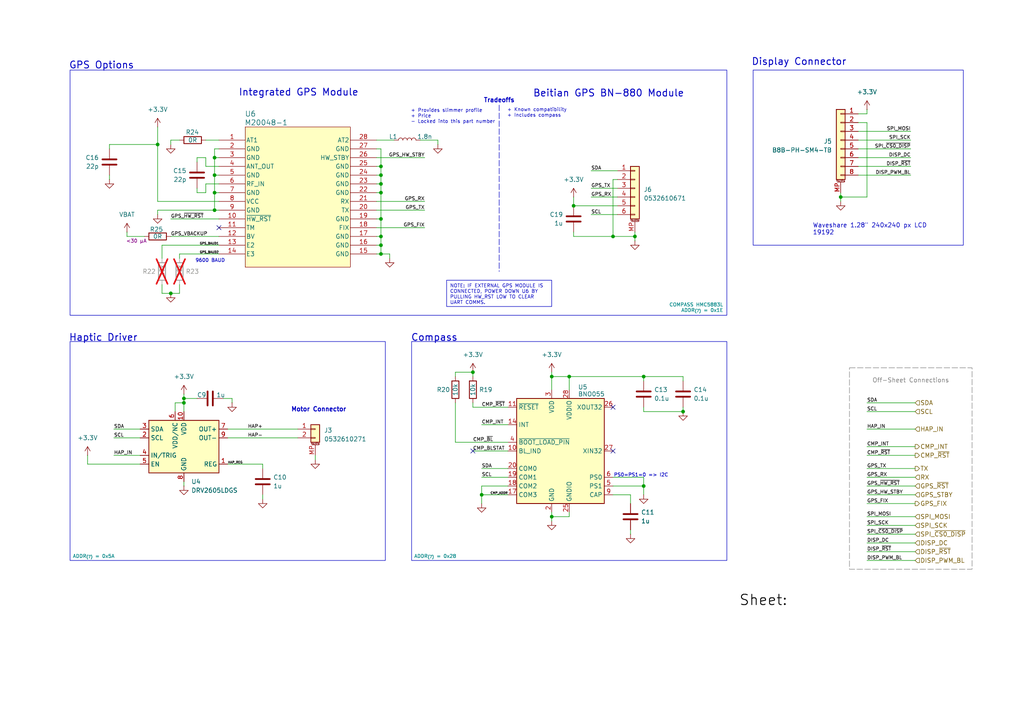
<source format=kicad_sch>
(kicad_sch (version 20250114) (generator "eeschema") (generator_version "9.0")
  (paper "A4")
  (title_block (title "${TITLE}") (date "2025-04-06") (rev "${REVISION}") (company "${COMPANY}") (comment 1 "${LICENSE}") (comment 2 "${COPYRIGHT}"))
  (lib_symbols
    (symbol "2025-03-22_21-29-02:M20048-1" (pin_names (offset 0.254))
      (property "Reference" "U" (at 8.128 -38.862 0))
      (property "Value" "M20048-1" (at 13.462 -41.148 0))
      (symbol "M20048-1_0_1"
        (pin bidirectional line (at 0 0 0) (length 7.62) (name "AT1") (number "1"))
        (pin passive line (at 0 -2.54 0) (length 7.62) (name "GND") (number "2"))
        (pin passive line (at 0 -5.08 0) (length 7.62) (name "GND") (number "3"))
        (pin output line (at 0 -7.62 0) (length 7.62) (name "ANT_OUT") (number "4"))
        (pin passive line (at 0 -10.16 0) (length 7.62) (name "GND") (number "5"))
        (pin input line (at 0 -12.7 0) (length 7.62) (name "RF_IN") (number "6"))
        (pin passive line (at 0 -15.24 0) (length 7.62) (name "GND") (number "7"))
        (pin power_in line (at 0 -17.78 0) (length 7.62) (name "VCC") (number "8"))
        (pin passive line (at 0 -20.32 0) (length 7.62) (name "GND") (number "9"))
        (pin output line (at 0 -25.4 0) (length 7.62) (name "TM") (number "11"))
        (pin bidirectional line (at 0 -30.48 0) (length 7.62) (name "E2") (number "13"))
        (pin bidirectional line (at 0 -33.02 0) (length 7.62) (name "E3") (number "14"))
        (pin bidirectional line (at 45.72 0 180) (length 7.62) (name "AT2") (number "28"))
        (pin passive line (at 45.72 -2.54 180) (length 7.62) (name "GND") (number "27"))
        (pin passive line (at 45.72 -7.62 180) (length 7.62) (name "GND") (number "25"))
        (pin passive line (at 45.72 -10.16 180) (length 7.62) (name "GND") (number "24"))
        (pin passive line (at 45.72 -12.7 180) (length 7.62) (name "GND") (number "23"))
        (pin passive line (at 45.72 -15.24 180) (length 7.62) (name "GND") (number "22"))
        (pin input line (at 45.72 -17.78 180) (length 7.62) (name "RX") (number "21"))
        (pin output line (at 45.72 -20.32 180) (length 7.62) (name "TX") (number "20"))
        (pin passive line (at 45.72 -22.86 180) (length 7.62) (name "GND") (number "19"))
        (pin passive line (at 45.72 -27.94 180) (length 7.62) (name "GND") (number "17"))
        (pin passive line (at 45.72 -30.48 180) (length 7.62) (name "GND") (number "16"))
        (pin passive line (at 45.72 -33.02 180) (length 7.62) (name "GND") (number "15"))
      )
      (symbol "M20048-1_1_1"
        (rectangle (start 7.62 3.81) (end 38.1 -36.83) (fill (type color) (color 255 255 194 1)))
        (pin input line (at 0 -22.86 0) (length 7.62) (name "~{HW_RST}") (number "10"))
        (pin passive line (at 0 -27.94 0) (length 7.62) (name "BV") (number "12"))
        (pin input line (at 45.72 -5.08 180) (length 7.62) (name "HW_STBY") (number "26"))
        (pin output line (at 45.72 -25.4 180) (length 7.62) (name "FIX") (number "18"))
      )
    )
    (symbol "Connector_Generic_MountingPin:Conn_01x02_MountingPin" (pin_names (offset 1.016) (hide yes))
      (property "Reference" "J" (at 0 2.54 0))
      (property "Value" "Conn_01x02_MountingPin" (at 1.27 -5.08 0))
      (symbol "Conn_01x02_MountingPin_1_1"
        (rectangle (start -1.27 1.27) (end 1.27 -3.81) (stroke (width 0.254)) (fill (type background)))
        (rectangle (start -1.27 0.127) (end 0 -0.127) (stroke (width 0.1524)))
        (rectangle (start -1.27 -2.413) (end 0 -2.667) (stroke (width 0.1524)))
        (polyline (pts (xy -1.016 -4.572) (xy 1.016 -4.572)) (stroke (width 0.1524)))
        (text "Mounting" (at 0 -4.191 0) (effects (font (size 0.381 0.381))))
        (pin passive line (at -5.08 0 0) (length 3.81) (name "Pin_1") (number "1"))
        (pin passive line (at -5.08 -2.54 0) (length 3.81) (name "Pin_2") (number "2"))
        (pin passive line (at 0 -7.62 90) (length 3.048) (name "MountPin") (number "MP"))
      )
    )
    (symbol "Connector_Generic_MountingPin:Conn_01x06_MountingPin" (pin_names (offset 1.016) (hide yes))
      (property "Reference" "J" (at 0 7.62 0))
      (property "Value" "Conn_01x06_MountingPin" (at 1.27 -10.16 0))
      (symbol "Conn_01x06_MountingPin_1_1"
        (rectangle (start -1.27 6.35) (end 1.27 -8.89) (stroke (width 0.254)) (fill (type background)))
        (rectangle (start -1.27 5.207) (end 0 4.953) (stroke (width 0.1524)))
        (rectangle (start -1.27 2.667) (end 0 2.413) (stroke (width 0.1524)))
        (rectangle (start -1.27 0.127) (end 0 -0.127) (stroke (width 0.1524)))
        (rectangle (start -1.27 -2.413) (end 0 -2.667) (stroke (width 0.1524)))
        (rectangle (start -1.27 -4.953) (end 0 -5.207) (stroke (width 0.1524)))
        (rectangle (start -1.27 -7.493) (end 0 -7.747) (stroke (width 0.1524)))
        (polyline (pts (xy -1.016 -9.652) (xy 1.016 -9.652)) (stroke (width 0.1524)))
        (text "Mounting" (at 0 -9.271 0) (effects (font (size 0.381 0.381))))
        (pin passive line (at -5.08 5.08 0) (length 3.81) (name "Pin_1") (number "1"))
        (pin passive line (at -5.08 2.54 0) (length 3.81) (name "Pin_2") (number "2"))
        (pin passive line (at -5.08 0 0) (length 3.81) (name "Pin_3") (number "3"))
        (pin passive line (at -5.08 -2.54 0) (length 3.81) (name "Pin_4") (number "4"))
        (pin passive line (at -5.08 -5.08 0) (length 3.81) (name "Pin_5") (number "5"))
        (pin passive line (at -5.08 -7.62 0) (length 3.81) (name "Pin_6") (number "6"))
        (pin passive line (at 0 -12.7 90) (length 3.048) (name "MountPin") (number "MP"))
      )
    )
    (symbol "Connector_Generic_MountingPin:Conn_01x08_MountingPin" (pin_names (offset 1.016) (hide yes))
      (property "Reference" "J" (at 0 10.16 0))
      (property "Value" "Conn_01x08_MountingPin" (at 1.27 -12.7 0))
      (symbol "Conn_01x08_MountingPin_1_1"
        (rectangle (start -1.27 8.89) (end 1.27 -11.43) (stroke (width 0.254)) (fill (type background)))
        (rectangle (start -1.27 7.747) (end 0 7.493) (stroke (width 0.1524)))
        (rectangle (start -1.27 5.207) (end 0 4.953) (stroke (width 0.1524)))
        (rectangle (start -1.27 2.667) (end 0 2.413) (stroke (width 0.1524)))
        (rectangle (start -1.27 0.127) (end 0 -0.127) (stroke (width 0.1524)))
        (rectangle (start -1.27 -2.413) (end 0 -2.667) (stroke (width 0.1524)))
        (rectangle (start -1.27 -4.953) (end 0 -5.207) (stroke (width 0.1524)))
        (rectangle (start -1.27 -7.493) (end 0 -7.747) (stroke (width 0.1524)))
        (rectangle (start -1.27 -10.033) (end 0 -10.287) (stroke (width 0.1524)))
        (polyline (pts (xy -1.016 -12.192) (xy 1.016 -12.192)) (stroke (width 0.1524)))
        (text "Mounting" (at 0 -11.811 0) (effects (font (size 0.381 0.381))))
        (pin passive line (at -5.08 7.62 0) (length 3.81) (name "Pin_1") (number "1"))
        (pin passive line (at -5.08 5.08 0) (length 3.81) (name "Pin_2") (number "2"))
        (pin passive line (at -5.08 2.54 0) (length 3.81) (name "Pin_3") (number "3"))
        (pin passive line (at -5.08 0 0) (length 3.81) (name "Pin_4") (number "4"))
        (pin passive line (at -5.08 -2.54 0) (length 3.81) (name "Pin_5") (number "5"))
        (pin passive line (at -5.08 -5.08 0) (length 3.81) (name "Pin_6") (number "6"))
        (pin passive line (at -5.08 -7.62 0) (length 3.81) (name "Pin_7") (number "7"))
        (pin passive line (at -5.08 -10.16 0) (length 3.81) (name "Pin_8") (number "8"))
        (pin passive line (at 0 -15.24 90) (length 3.048) (name "MountPin") (number "MP"))
      )
    )
    (symbol "Device:C" (pin_numbers (hide yes)) (pin_names (offset 0.254))
      (property "Reference" "C" (at 0.635 2.54 0))
      (property "Value" "C" (at 0.635 -2.54 0))
      (symbol "C_0_1"
        (polyline (pts (xy -2.032 0.762) (xy 2.032 0.762)) (stroke (width 0.508)))
        (polyline (pts (xy -2.032 -0.762) (xy 2.032 -0.762)) (stroke (width 0.508)))
      )
      (symbol "C_1_1"
        (pin passive line (at 0 3.81 270) (length 2.794) (name "~") (number "1"))
        (pin passive line (at 0 -3.81 90) (length 2.794) (name "~") (number "2"))
      )
    )
    (symbol "Device:L" (pin_numbers (hide yes)) (pin_names (offset 1.016) (hide yes))
      (property "Reference" "L" (at -1.27 0 90))
      (property "Value" "L" (at 1.905 0 90))
      (symbol "L_0_1"
        (arc (start 0 2.54) (mid 0.6323 1.905) (end 0 1.27))
        (arc (start 0 1.27) (mid 0.6323 0.635) (end 0 0))
        (arc (start 0 0) (mid 0.6323 -0.635) (end 0 -1.27))
        (arc (start 0 -1.27) (mid 0.6323 -1.905) (end 0 -2.54))
      )
      (symbol "L_1_1"
        (pin passive line (at 0 3.81 270) (length 1.27) (name "1") (number "1"))
        (pin passive line (at 0 -3.81 90) (length 1.27) (name "2") (number "2"))
      )
    )
    (symbol "Device:R" (pin_numbers (hide yes)) (pin_names (offset 0))
      (property "Reference" "R" (at 2.032 0 90))
      (property "Value" "R" (at 0 0 90))
      (symbol "R_0_1"
        (rectangle (start -1.016 -2.54) (end 1.016 2.54) (stroke (width 0.254)))
      )
      (symbol "R_1_1"
        (pin passive line (at 0 3.81 270) (length 1.27) (name "~") (number "1"))
        (pin passive line (at 0 -3.81 90) (length 1.27) (name "~") (number "2"))
      )
    )
    (symbol "Driver_Haptic:DRV2605LDGS"
      (property "Reference" "U" (at -10.16 8.255 0))
      (property "Value" "DRV2605LDGS" (at 2.54 -8.89 0))
      (symbol "DRV2605LDGS_0_1"
        (rectangle (start -10.16 7.62) (end 10.16 -7.62) (stroke (width 0.254)) (fill (type background)))
      )
      (symbol "DRV2605LDGS_1_1"
        (pin bidirectional line (at -12.7 5.08 0) (length 2.54) (name "SDA") (number "3"))
        (pin input line (at -12.7 2.54 0) (length 2.54) (name "SCL") (number "2"))
        (pin input line (at -12.7 -2.54 0) (length 2.54) (name "IN/TRIG") (number "4"))
        (pin input line (at -12.7 -5.08 0) (length 2.54) (name "EN") (number "5"))
        (pin power_in line (at -2.54 10.16 270) (length 2.54) (name "VDD/NC") (number "6"))
        (pin power_in line (at 0 10.16 270) (length 2.54) (name "VDD") (number "10"))
        (pin power_in line (at 0 -10.16 90) (length 2.54) (name "GND") (number "8"))
        (pin output line (at 12.7 5.08 180) (length 2.54) (name "OUT+") (number "7"))
        (pin output line (at 12.7 2.54 180) (length 2.54) (name "OUT-") (number "9"))
        (pin passive line (at 12.7 -5.08 180) (length 2.54) (name "REG") (number "1"))
      )
    )
    (symbol "Sensor_Motion:BNO055"
      (property "Reference" "U" (at -11.43 16.51 0))
      (property "Value" "BNO055" (at 12.7 16.51 0))
      (symbol "BNO055_0_1"
        (rectangle (start -12.7 15.24) (end 12.7 -15.24) (stroke (width 0.254)) (fill (type background)))
      )
      (symbol "BNO055_1_1"
        (pin input line (at -15.24 12.7 0) (length 2.54) (name "~{RESET}") (number "11"))
        (pin output line (at -15.24 7.62 0) (length 2.54) (name "INT") (number "14"))
        (pin input line (at -15.24 2.54 0) (length 2.54) (name "~{BOOT_LOAD_PIN}") (number "4"))
        (pin output line (at -15.24 0 0) (length 2.54) (name "BL_IND") (number "10"))
        (pin bidirectional line (at -15.24 -5.08 0) (length 2.54) (name "COM0") (number "20"))
        (pin bidirectional line (at -15.24 -7.62 0) (length 2.54) (name "COM1") (number "19"))
        (pin passive line (at -15.24 -10.16 0) (length 2.54) (name "COM2") (number "18"))
        (pin input line (at -15.24 -12.7 0) (length 2.54) (name "COM3") (number "17"))
        (pin no_connect line (at -12.7 10.16 0) (length 2.54) (hide yes) (name "PIN1") (number "1"))
        (pin no_connect line (at -12.7 5.08 0) (length 2.54) (hide yes) (name "PIN7") (number "7"))
        (pin no_connect line (at -12.7 -2.54 0) (length 2.54) (hide yes) (name "PIN8") (number "8"))
        (pin power_in line (at -2.54 17.78 270) (length 2.54) (name "VDD") (number "3"))
        (pin power_in line (at -2.54 -17.78 90) (length 2.54) (name "GND") (number "2"))
        (pin power_in line (at 2.54 17.78 270) (length 2.54) (name "VDDIO") (number "28"))
        (pin power_in line (at 2.54 -17.78 90) (length 2.54) (name "GNDIO") (number "25"))
        (pin no_connect line (at 5.08 -15.24 90) (length 2.54) (hide yes) (name "PIN15") (number "15"))
        (pin no_connect line (at 7.62 -15.24 90) (length 2.54) (hide yes) (name "PIN16") (number "16"))
        (pin no_connect line (at 12.7 10.16 180) (length 2.54) (hide yes) (name "PIN12") (number "12"))
        (pin no_connect line (at 12.7 7.62 180) (length 2.54) (hide yes) (name "PIN13") (number "13"))
        (pin no_connect line (at 12.7 5.08 180) (length 2.54) (hide yes) (name "PIN21") (number "21"))
        (pin no_connect line (at 12.7 2.54 180) (length 2.54) (hide yes) (name "PIN22") (number "22"))
        (pin no_connect line (at 12.7 -2.54 180) (length 2.54) (hide yes) (name "PIN23") (number "23"))
        (pin no_connect line (at 12.7 -5.08 180) (length 2.54) (hide yes) (name "PIN24") (number "24"))
        (pin output line (at 15.24 12.7 180) (length 2.54) (name "XOUT32") (number "26"))
        (pin input line (at 15.24 0 180) (length 2.54) (name "XIN32") (number "27"))
        (pin input line (at 15.24 -7.62 180) (length 2.54) (name "PS0") (number "6"))
        (pin input line (at 15.24 -10.16 180) (length 2.54) (name "PS1") (number "5"))
        (pin passive line (at 15.24 -12.7 180) (length 2.54) (name "CAP") (number "9"))
      )
    )
    (symbol "power:+3.3V" (power) (pin_numbers (hide yes)) (pin_names (offset 0) (hide yes))
      (property "Value" "+3.3V" (at 0 3.556 0))
      (symbol "+3.3V_0_1"
        (polyline (pts (xy -0.762 1.27) (xy 0 2.54)))
        (polyline (pts (xy 0 2.54) (xy 0.762 1.27)))
        (polyline (pts (xy 0 0) (xy 0 2.54)))
      )
      (symbol "+3.3V_1_1"
        (pin power_in line (at 0 0 90) (length 0) (name "~") (number "1"))
      )
    )
    (symbol "power:GND" (power) (pin_numbers (hide yes)) (pin_names (offset 0) (hide yes))
      (property "Value" "GND" (at 0 -3.81 0))
      (symbol "GND_0_1"
        (polyline (pts (xy 0 0) (xy 0 -1.27) (xy 1.27 -1.27) (xy 0 -2.54) (xy -1.27 -1.27) (xy 0 -1.27)))
      )
      (symbol "GND_1_1"
        (pin power_in line (at 0 0 270) (length 0) (name "~") (number "1"))
      )
    )
    (symbol "power:VBUS" (power) (pin_numbers (hide yes)) (pin_names (offset 0) (hide yes))
      (property "Value" "VBUS" (at 0 3.556 0))
      (symbol "VBUS_0_1"
        (polyline (pts (xy -0.762 1.27) (xy 0 2.54)))
        (polyline (pts (xy 0 2.54) (xy 0.762 1.27)))
        (polyline (pts (xy 0 0) (xy 0 2.54)))
      )
      (symbol "VBUS_1_1"
        (pin power_in line (at 0 0 90) (length 0) (name "~") (number "1"))
      )
    )
  )
  (rectangle (start 20.32 20.32) (end 210.82 91.44))
  (rectangle (start 119.38 99.06) (end 210.82 162.56))
  (rectangle (start 218.44 20.32) (end 279.4 71.12))
  (rectangle (start 20.32 99.06) (end 111.76 162.56))
  (rectangle (start 246.38 106.68) (end 281.94 165.1) (stroke (width 0) (type dash) (color 132 132 132 1)))
  (text "ADDR_{(7)} = 0x5A" (at 27.178 161.544 0) (effects (font (size 1 1) (thickness 0.1588))))
  (text "+ Known compatibility\n+ Includes compass" (at 147.066 32.766 0) (effects (font (size 1 1) (thickness 0.125)) (justify left)))
  (text "9600 BAUD" (at 60.96 75.692 0) (effects (font (size 1 1))))
  (text "ADDR_{(7)} = 0x28" (at 126.238 161.544 0) (effects (font (size 1 1) (thickness 0.1588))))
  (text "Off-Sheet Connections" (at 264.16 110.49 0) (effects (font (size 1.27 1.27) (thickness 0.1588))))
  (text "Waveshare 1.28\" 240x240 px LCD\n19192" (at 235.712 66.548 0) (effects (font (size 1.27 1.27)) (justify left)))
  (text "Motor Connector" (at 92.456 118.872 0) (effects (font (size 1.27 1.27) (thickness 0.254) (bold yes))))
  (text "Compass" (at 125.984 98.044 0) (effects (font (size 2 2) (thickness 0.254) (bold yes))))
  (text "Beitian GPS BN-880 Module" (at 176.53 27.178 0) (effects (font (size 2 2) (thickness 0.254) (bold yes))))
  (text "COMPASS HMC5883L\nADDR_{(7)} = 0x1E" (at 209.804 89.408 0) (effects (font (size 1 1) (thickness 0.1588)) (justify right)))
  (text "GPS Options" (at 29.464 19.05 0) (effects (font (size 2 2) (thickness 0.254) (bold yes))))
  (text "<30 μA" (at 36.576 70.104 0) (effects (font (size 1 1)) (justify left)))
  (text "PS0=PS1=0 => I2C" (at 185.928 137.922 0) (effects (font (size 1 1) (thickness 0.1588))))
  (text "Haptic Driver" (at 29.972 98.044 0) (effects (font (size 2 2) (thickness 0.254) (bold yes))))
  (text "Integrated GPS Module" (at 86.614 26.924 0) (effects (font (size 2 2) (thickness 0.254) (bold yes))))
  (text "Display Connector" (at 217.932 18.034 0) (effects (font (size 2 2) (thickness 0.254) (bold yes)) (justify left)))
  (text "Tradeoffs" (at 144.78 29.21 0) (effects (font (size 1.27 1.27) (thickness 0.254) (bold yes))))
  (text "+ Provides slimmer profile\n+ Price\n- Locked into this part number" (at 119.126 33.782 0) (effects (font (size 1 1) (thickness 0.125)) (justify left)))
  (text_box "NOTE: IF EXTERNAL GPS MODULE IS CONNECTED, POWER DOWN U6 BY PULLING HW_RST LOW TO CLEAR UART COMMS." (at 129.54 81.28 0) (size 30.48 7.62) (margins 0.9525 0.9525 0.9525 0.9525) (effects (font (size 1 1) (thickness 0.125)) (justify left top)))
  (text_box "Sheet: ${SHEETNAME}" (at 213.36 167.64 0) (size 71.12 12.7) (margins 0.9525 0.9525 0.9525 0.9525) (stroke (width -0.0001)) (effects (font (size 3 3) (thickness 0.254) (bold yes)) (justify left)))
  (junction (at 137.16 107.95))
  (junction (at 53.34 115.57))
  (junction (at 139.7 143.51))
  (junction (at 110.49 50.8))
  (junction (at 110.49 53.34))
  (junction (at 160.02 109.22))
  (junction (at 53.34 116.84))
  (junction (at 198.12 119.38))
  (junction (at 110.49 68.58))
  (junction (at 186.69 140.97))
  (junction (at 62.23 60.96))
  (junction (at 110.49 71.12))
  (junction (at 110.49 48.26))
  (junction (at 62.23 45.72))
  (junction (at 166.37 59.69))
  (junction (at 62.23 50.8))
  (junction (at 165.1 109.22))
  (junction (at 177.8 68.58))
  (junction (at 62.23 55.88))
  (junction (at 160.02 149.86))
  (junction (at 49.53 85.09))
  (junction (at 110.49 55.88))
  (junction (at 45.72 41.91))
  (junction (at 110.49 73.66))
  (junction (at 186.69 109.22))
  (junction (at 184.15 68.58))
  (junction (at 243.84 57.15))
  (junction (at 110.49 63.5))
  (no_connect (at 137.16 130.81))
  (no_connect (at 63.5 66.04))
  (no_connect (at 177.8 130.81))
  (no_connect (at 177.8 118.11))
  (wire (pts (xy 66.04 124.46) (xy 86.36 124.46)))
  (wire (pts (xy 63.5 48.26) (xy 59.69 48.26)))
  (wire (pts (xy 248.92 50.8) (xy 264.16 50.8)))
  (wire (pts (xy 59.69 40.64) (xy 63.5 40.64)))
  (wire (pts (xy 248.92 40.64) (xy 264.16 40.64)))
  (wire (pts (xy 248.92 38.1) (xy 264.16 38.1)))
  (wire (pts (xy 265.43 160.02) (xy 251.46 160.02)))
  (wire (pts (xy 109.22 43.18) (xy 110.49 43.18)))
  (wire (pts (xy 66.04 127) (xy 86.36 127)))
  (wire (pts (xy 123.19 58.42) (xy 109.22 58.42)))
  (wire (pts (xy 177.8 138.43) (xy 186.69 138.43)))
  (wire (pts (xy 251.46 143.51) (xy 265.43 143.51)))
  (wire (pts (xy 177.8 140.97) (xy 186.69 140.97)))
  (wire (pts (xy 110.49 50.8) (xy 110.49 53.34)))
  (wire (pts (xy 251.46 135.89) (xy 265.43 135.89)))
  (wire (pts (xy 25.4 134.62) (xy 40.64 134.62)))
  (wire (pts (xy 45.72 60.96) (xy 62.23 60.96)))
  (wire (pts (xy 59.69 55.88) (xy 59.69 53.34)))
  (wire (pts (xy 171.45 49.53) (xy 179.07 49.53)))
  (wire (pts (xy 53.34 114.3) (xy 53.34 115.57)))
  (wire (pts (xy 166.37 67.31) (xy 166.37 68.58)))
  (wire (pts (xy 109.22 48.26) (xy 110.49 48.26)))
  (wire (pts (xy 139.7 138.43) (xy 147.32 138.43)))
  (wire (pts (xy 139.7 123.19) (xy 147.32 123.19)))
  (wire (pts (xy 265.43 154.94) (xy 251.46 154.94)))
  (wire (pts (xy 171.45 57.15) (xy 179.07 57.15)))
  (wire (pts (xy 123.19 66.04) (xy 109.22 66.04)))
  (wire (pts (xy 33.02 132.08) (xy 40.64 132.08)))
  (wire (pts (xy 67.31 115.57) (xy 67.31 116.84)))
  (wire (pts (xy 171.45 62.23) (xy 179.07 62.23)))
  (wire (pts (xy 52.07 40.64) (xy 49.53 40.64)))
  (wire (pts (xy 57.15 45.72) (xy 57.15 46.99)))
  (wire (pts (xy 110.49 68.58) (xy 110.49 71.12)))
  (wire (pts (xy 36.83 67.31) (xy 36.83 68.58)))
  (wire (pts (xy 110.49 71.12) (xy 109.22 71.12)))
  (wire (pts (xy 265.43 162.56) (xy 251.46 162.56)))
  (wire (pts (xy 110.49 55.88) (xy 110.49 63.5)))
  (wire (pts (xy 248.92 48.26) (xy 264.16 48.26)))
  (wire (pts (xy 127 40.64) (xy 127 41.91)))
  (wire (pts (xy 198.12 109.22) (xy 198.12 110.49)))
  (wire (pts (xy 63.5 63.5) (xy 49.53 63.5)))
  (wire (pts (xy 62.23 50.8) (xy 63.5 50.8)))
  (wire (pts (xy 110.49 73.66) (xy 113.03 73.66)))
  (wire (pts (xy 165.1 149.86) (xy 160.02 149.86)))
  (wire (pts (xy 139.7 143.51) (xy 139.7 146.05)))
  (wire (pts (xy 63.5 60.96) (xy 62.23 60.96)))
  (wire (pts (xy 41.91 68.58) (xy 36.83 68.58)))
  (wire (pts (xy 251.46 57.15) (xy 243.84 57.15)))
  (wire (pts (xy 31.75 50.8) (xy 31.75 52.07)))
  (wire (pts (xy 110.49 48.26) (xy 110.49 50.8)))
  (wire (pts (xy 59.69 48.26) (xy 59.69 45.72)))
  (wire (pts (xy 182.88 143.51) (xy 182.88 146.05)))
  (wire (pts (xy 33.02 127) (xy 40.64 127)))
  (wire (pts (xy 248.92 35.56) (xy 251.46 35.56)))
  (wire (pts (xy 251.46 138.43) (xy 265.43 138.43)))
  (wire (pts (xy 25.4 132.08) (xy 25.4 134.62)))
  (wire (pts (xy 182.88 153.67) (xy 182.88 154.94)))
  (wire (pts (xy 123.19 45.72) (xy 109.22 45.72)))
  (wire (pts (xy 109.22 63.5) (xy 110.49 63.5)))
  (wire (pts (xy 76.2 143.51) (xy 76.2 144.78)))
  (wire (pts (xy 251.46 129.54) (xy 265.43 129.54)))
  (wire (pts (xy 198.12 119.38) (xy 198.12 118.11)))
  (wire (pts (xy 46.99 82.55) (xy 46.99 85.09)))
  (wire (pts (xy 59.69 45.72) (xy 57.15 45.72)))
  (wire (pts (xy 62.23 45.72) (xy 62.23 43.18)))
  (wire (pts (xy 265.43 152.4) (xy 251.46 152.4)))
  (wire (pts (xy 110.49 55.88) (xy 109.22 55.88)))
  (wire (pts (xy 33.02 124.46) (xy 40.64 124.46)))
  (wire (pts (xy 184.15 67.31) (xy 184.15 68.58)))
  (wire (pts (xy 186.69 110.49) (xy 186.69 109.22)))
  (wire (pts (xy 121.92 40.64) (xy 127 40.64)))
  (wire (pts (xy 165.1 109.22) (xy 186.69 109.22)))
  (wire (pts (xy 132.08 128.27) (xy 147.32 128.27)))
  (wire (pts (xy 147.32 140.97) (xy 139.7 140.97)))
  (wire (pts (xy 251.46 132.08) (xy 265.43 132.08)))
  (wire (pts (xy 160.02 109.22) (xy 165.1 109.22)))
  (wire (pts (xy 123.19 60.96) (xy 109.22 60.96)))
  (wire (pts (xy 147.32 143.51) (xy 139.7 143.51)))
  (wire (pts (xy 31.75 41.91) (xy 31.75 43.18)))
  (wire (pts (xy 45.72 41.91) (xy 45.72 58.42)))
  (wire (pts (xy 139.7 140.97) (xy 139.7 143.51)))
  (wire (pts (xy 52.07 73.66) (xy 63.5 73.66)))
  (wire (pts (xy 179.07 59.69) (xy 166.37 59.69)))
  (wire (pts (xy 243.84 58.42) (xy 243.84 57.15)))
  (wire (pts (xy 186.69 119.38) (xy 186.69 118.11)))
  (wire (pts (xy 46.99 71.12) (xy 46.99 74.93)))
  (wire (pts (xy 251.46 124.46) (xy 265.43 124.46)))
  (wire (pts (xy 137.16 116.84) (xy 137.16 118.11)))
  (wire (pts (xy 186.69 138.43) (xy 186.69 140.97)))
  (wire (pts (xy 113.03 73.66) (xy 113.03 74.93)))
  (wire (pts (xy 49.53 68.58) (xy 63.5 68.58)))
  (wire (pts (xy 52.07 85.09) (xy 52.07 82.55)))
  (wire (pts (xy 265.43 149.86) (xy 251.46 149.86)))
  (wire (pts (xy 160.02 149.86) (xy 160.02 151.13)))
  (wire (pts (xy 109.22 68.58) (xy 110.49 68.58)))
  (wire (pts (xy 186.69 109.22) (xy 198.12 109.22)))
  (wire (pts (xy 132.08 107.95) (xy 137.16 107.95)))
  (wire (pts (xy 62.23 43.18) (xy 63.5 43.18)))
  (wire (pts (xy 251.46 31.75) (xy 251.46 33.02)))
  (wire (pts (xy 165.1 148.59) (xy 165.1 149.86)))
  (wire (pts (xy 49.53 85.09) (xy 52.07 85.09)))
  (wire (pts (xy 109.22 53.34) (xy 110.49 53.34)))
  (wire (pts (xy 52.07 73.66) (xy 52.07 74.93)))
  (wire (pts (xy 186.69 119.38) (xy 198.12 119.38)))
  (wire (pts (xy 184.15 68.58) (xy 184.15 69.85)))
  (wire (pts (xy 177.8 143.51) (xy 182.88 143.51)))
  (wire (pts (xy 66.04 134.62) (xy 76.2 134.62)))
  (wire (pts (xy 45.72 36.83) (xy 45.72 41.91)))
  (wire (pts (xy 184.15 68.58) (xy 177.8 68.58)))
  (wire (pts (xy 110.49 53.34) (xy 110.49 55.88)))
  (wire (pts (xy 177.8 52.07) (xy 179.07 52.07)))
  (wire (pts (xy 50.8 116.84) (xy 50.8 119.38)))
  (wire (pts (xy 76.2 134.62) (xy 76.2 135.89)))
  (wire (pts (xy 251.46 116.84) (xy 265.43 116.84)))
  (wire (pts (xy 251.46 35.56) (xy 251.46 57.15)))
  (wire (pts (xy 53.34 139.7) (xy 53.34 140.97)))
  (wire (pts (xy 63.5 58.42) (xy 45.72 58.42)))
  (wire (pts (xy 137.16 109.22) (xy 137.16 107.95)))
  (wire (pts (xy 248.92 43.18) (xy 264.16 43.18)))
  (wire (pts (xy 109.22 40.64) (xy 114.3 40.64)))
  (wire (pts (xy 186.69 140.97) (xy 186.69 143.51)))
  (wire (pts (xy 62.23 45.72) (xy 63.5 45.72)))
  (wire (pts (xy 62.23 55.88) (xy 62.23 60.96)))
  (wire (pts (xy 248.92 33.02) (xy 251.46 33.02)))
  (wire (pts (xy 53.34 115.57) (xy 57.15 115.57)))
  (wire (pts (xy 110.49 43.18) (xy 110.49 48.26)))
  (wire (pts (xy 64.77 115.57) (xy 67.31 115.57)))
  (wire (pts (xy 160.02 107.95) (xy 160.02 109.22)))
  (wire (pts (xy 171.45 54.61) (xy 179.07 54.61)))
  (wire (pts (xy 62.23 55.88) (xy 63.5 55.88)))
  (polyline (pts (xy 144.78 30.48) (xy 144.78 78.74)) (stroke (width 0) (type dash)))
  (wire (pts (xy 251.46 140.97) (xy 265.43 140.97)))
  (wire (pts (xy 53.34 115.57) (xy 53.34 116.84)))
  (wire (pts (xy 165.1 113.03) (xy 165.1 109.22)))
  (wire (pts (xy 62.23 55.88) (xy 62.23 50.8)))
  (wire (pts (xy 109.22 50.8) (xy 110.49 50.8)))
  (wire (pts (xy 59.69 53.34) (xy 63.5 53.34)))
  (wire (pts (xy 265.43 157.48) (xy 251.46 157.48)))
  (wire (pts (xy 49.53 40.64) (xy 49.53 41.91)))
  (wire (pts (xy 57.15 54.61) (xy 57.15 55.88)))
  (wire (pts (xy 137.16 130.81) (xy 147.32 130.81)))
  (wire (pts (xy 53.34 116.84) (xy 50.8 116.84)))
  (wire (pts (xy 177.8 68.58) (xy 177.8 52.07)))
  (wire (pts (xy 110.49 63.5) (xy 110.49 68.58)))
  (wire (pts (xy 251.46 146.05) (xy 265.43 146.05)))
  (wire (pts (xy 248.92 45.72) (xy 264.16 45.72)))
  (wire (pts (xy 31.75 41.91) (xy 45.72 41.91)))
  (wire (pts (xy 166.37 68.58) (xy 177.8 68.58)))
  (wire (pts (xy 53.34 119.38) (xy 53.34 116.84)))
  (wire (pts (xy 160.02 109.22) (xy 160.02 113.03)))
  (wire (pts (xy 132.08 109.22) (xy 132.08 107.95)))
  (wire (pts (xy 57.15 55.88) (xy 59.69 55.88)))
  (wire (pts (xy 160.02 148.59) (xy 160.02 149.86)))
  (wire (pts (xy 46.99 85.09) (xy 49.53 85.09)))
  (wire (pts (xy 137.16 118.11) (xy 147.32 118.11)))
  (wire (pts (xy 46.99 71.12) (xy 63.5 71.12)))
  (wire (pts (xy 110.49 71.12) (xy 110.49 73.66)))
  (wire (pts (xy 243.84 57.15) (xy 243.84 55.88)))
  (wire (pts (xy 251.46 119.38) (xy 265.43 119.38)))
  (wire (pts (xy 62.23 50.8) (xy 62.23 45.72)))
  (wire (pts (xy 166.37 57.15) (xy 166.37 59.69)))
  (wire (pts (xy 139.7 135.89) (xy 147.32 135.89)))
  (wire (pts (xy 109.22 73.66) (xy 110.49 73.66)))
  (wire (pts (xy 132.08 116.84) (xy 132.08 128.27)))
  (wire (pts (xy 91.44 132.08) (xy 91.44 133.35)))
  (wire (pts (xy 45.72 60.96) (xy 45.72 62.23)))
  (label "SPI_~{CS0_DISP}" (at 251.46 154.94 0) (effects (font (size 1 1))))
  (label "GPS_TX" (at 251.46 135.89 0) (effects (font (size 1 1))))
  (label "SPI_SCK" (at 264.16 40.64 180) (effects (font (size 1 1))))
  (label "SPI_~{CS0_DISP}" (at 264.16 43.18 180) (effects (font (size 1 1))))
  (label "CMP_~{RST}" (at 139.7 118.11 0) (effects (font (size 1 1))))
  (label "CMP_~{RST}" (at 251.46 132.08 0) (effects (font (size 1 1))))
  (label "CMP_ADDR" (at 147.32 143.51 180) (effects (font (size 0.635 0.635))))
  (label "DISP_DC" (at 251.46 157.48 0) (effects (font (size 1 1))))
  (label "HAP_REG" (at 66.04 134.62 0) (effects (font (size 0.635 0.635))))
  (label "SDA" (at 33.02 124.46 0) (effects (font (size 1 1))))
  (label "GPS_RX" (at 171.45 57.15 0) (effects (font (size 1 1))))
  (label "SDA" (at 171.45 49.53 0) (effects (font (size 1 1))))
  (label "CMP_~{BL}" (at 137.16 128.27 0) (effects (font (size 1 1))))
  (label "SCL" (at 33.02 127 0) (effects (font (size 1 1))))
  (label "SPI_SCK" (at 251.46 152.4 0) (effects (font (size 1 1))))
  (label "SCL" (at 139.7 138.43 0) (effects (font (size 1 1))))
  (label "CMP_INT" (at 251.46 129.54 0) (effects (font (size 1 1))))
  (label "DISP_~{RST}" (at 251.46 160.02 0) (effects (font (size 1 1))))
  (label "GPS_BAUD1" (at 63.5 71.12 180) (effects (font (size 0.635 0.635))))
  (label "HAP+" (at 76.2 124.46 180) (effects (font (size 1 1))))
  (label "GPS_RX" (at 251.46 138.43 0) (effects (font (size 1 1))))
  (label "SDA" (at 139.7 135.89 0) (effects (font (size 1 1))))
  (label "GPS_HW_STBY" (at 123.19 45.72 180) (effects (font (size 1 1))))
  (label "SCL" (at 251.46 119.38 0) (effects (font (size 1 1))))
  (label "GPS_HW_STBY" (at 251.46 143.51 0) (effects (font (size 1 1))))
  (label "HAP_IN" (at 251.46 124.46 0) (effects (font (size 1 1))))
  (label "CMP_INT" (at 139.7 123.19 0) (effects (font (size 1 1))))
  (label "DISP_~{RST}" (at 264.16 48.26 180) (effects (font (size 1 1))))
  (label "HAP-" (at 76.2 127 180) (effects (font (size 1 1))))
  (label "GPS_VBACKUP" (at 49.53 68.58 0) (effects (font (size 1 1))))
  (label "GPS_~{HW_RST}" (at 49.53 63.5 0) (effects (font (size 1 1))))
  (label "GPS_RX" (at 123.19 58.42 180) (effects (font (size 1 1))))
  (label "GPS_TX" (at 123.19 60.96 180) (effects (font (size 1 1))))
  (label "GPS_FIX" (at 251.46 146.05 0) (effects (font (size 1 1))))
  (label "DISP_DC" (at 264.16 45.72 180) (effects (font (size 1 1))))
  (label "DISP_PWM_BL" (at 264.16 50.8 180) (effects (font (size 1 1))))
  (label "SDA" (at 251.46 116.84 0) (effects (font (size 1 1))))
  (label "SPI_MOSI" (at 264.16 38.1 180) (effects (font (size 1 1))))
  (label "GPS_BAUD2" (at 63.5 73.66 180) (effects (font (size 0.635 0.635))))
  (label "SCL" (at 171.45 62.23 0) (effects (font (size 1 1))))
  (label "CMP_BLSTAT" (at 137.16 130.81 0) (effects (font (size 1 1))))
  (label "SPI_MOSI" (at 251.46 149.86 0) (effects (font (size 1 1))))
  (label "GPS_FIX" (at 123.19 66.04 180) (effects (font (size 1 1))))
  (label "GPS_TX" (at 171.45 54.61 0) (effects (font (size 1 1))))
  (label "GPS_~{HW_RST}" (at 251.46 140.97 0) (effects (font (size 1 1))))
  (label "HAP_IN" (at 33.02 132.08 0) (effects (font (size 1 1))))
  (label "DISP_PWM_BL" (at 251.46 162.56 0) (effects (font (size 1 1))))
  (hierarchical_label "DISP_~{RST}" (shape input) (at 265.43 160.02 0))
  (hierarchical_label "TX" (shape output) (at 265.43 135.89 0))
  (hierarchical_label "HAP_IN" (shape input) (at 265.43 124.46 0))
  (hierarchical_label "SPI_~{CS0_DISP}" (shape input) (at 265.43 154.94 0))
  (hierarchical_label "CMP_~{RST}" (shape output) (at 265.43 132.08 0))
  (hierarchical_label "GPS_STBY" (shape input) (at 265.43 143.51 0))
  (hierarchical_label "GPS_FIX" (shape output) (at 265.43 146.05 0))
  (hierarchical_label "CMP_INT" (shape output) (at 265.43 129.54 0))
  (hierarchical_label "RX" (shape input) (at 265.43 138.43 0))
  (hierarchical_label "GPS_~{RST}" (shape input) (at 265.43 140.97 0))
  (hierarchical_label "SDA" (shape input) (at 265.43 116.84 0))
  (hierarchical_label "SPI_SCK" (shape input) (at 265.43 152.4 0))
  (hierarchical_label "DISP_DC" (shape input) (at 265.43 157.48 0))
  (hierarchical_label "DISP_PWM_BL" (shape input) (at 265.43 162.56 0))
  (hierarchical_label "SCL" (shape input) (at 265.43 119.38 0))
  (hierarchical_label "SPI_MOSI" (shape input) (at 265.43 149.86 0))
  (symbol (lib_id "power:GND") (at 186.69 143.51 0) (unit 1)
    (property "Reference" "#PWR051" (effects (hide yes)))
    (property "Value" "GND" (effects (hide yes)))
    (property "Description" "Power symbol creates a global label with name \"GND\" , ground" (effects (hide yes)))
  )
  (symbol (lib_id "power:GND") (at 160.02 151.13 0) (unit 1)
    (property "Reference" "#PWR048" (effects (hide yes)))
    (property "Value" "GND" (effects (hide yes)))
    (property "Description" "Power symbol creates a global label with name \"GND\" , ground" (effects (hide yes)))
  )
  (symbol (lib_id "Device:C") (at 60.96 115.57 90) (mirror x) (unit 1)
    (property "Reference" "C9" (at 57.15 114.554 90) (effects (justify right)))
    (property "Value" "1u" (at 62.738 114.554 90) (effects (justify right)))
    (property "Footprint" "Capacitor_SMD:C_0603_1608Metric" (effects (hide yes)))
    (property "Description" "Unpolarized capacitor" (effects (hide yes)))
    (property "MPN" "CL10A105KO8NNNC" (effects (hide yes)))
  )
  (symbol (lib_id "Device:R") (at 52.07 78.74 0) (mirror y) (unit 1) (dnp yes)
    (property "Reference" "R23" (at 53.848 78.74 0) (effects (justify right)))
    (property "Value" "10k" (at 52.07 78.486 90))
    (property "Footprint" "Resistor_SMD:R_0603_1608Metric" (effects (hide yes)))
    (property "Description" "Resistor" (effects (hide yes)))
  )
  (symbol (lib_id "power:GND") (at 53.34 140.97 0) (unit 1)
    (property "Reference" "#PWR038" (effects (hide yes)))
    (property "Value" "GND" (effects (hide yes)))
    (property "Description" "Power symbol creates a global label with name \"GND\" , ground" (effects (hide yes)))
  )
  (symbol (lib_id "Connector_Generic_MountingPin:Conn_01x06_MountingPin") (at 184.15 54.61 0) (unit 1)
    (property "Reference" "J6" (at 186.69 54.9655 0) (effects (justify left)))
    (property "Value" "0532610671" (at 186.69 57.5055 0) (effects (justify left)))
    (property "Footprint" "Connector_Molex:Molex_PicoBlade_53261-0671_1x06-1MP_P1.25mm_Horizontal" (effects (hide yes)))
    (property "Description" "Generic connectable mounting pin connector, single row, 01x06, script generated (kicad-library-utils/schlib/autogen/connector/)" (effects (hide yes)))
    (property "MPN" "0532610671" (effects (hide yes)))
  )
  (symbol (lib_id "Device:C") (at 182.88 149.86 0) (mirror y) (unit 1)
    (property "Reference" "C11" (at 185.928 148.59 0) (effects (justify right)))
    (property "Value" "1u" (at 185.928 151.13 0) (effects (justify right)))
    (property "Footprint" "Capacitor_SMD:C_0603_1608Metric" (effects (hide yes)))
    (property "Description" "Unpolarized capacitor" (effects (hide yes)))
    (property "MPN" "CL10A105KO8NNNC" (effects (hide yes)))
  )
  (symbol (lib_id "power:GND") (at 243.84 58.42 0) (mirror y) (unit 1)
    (property "Reference" "#PWR044" (effects (hide yes)))
    (property "Value" "GND" (effects (hide yes)))
    (property "Description" "Power symbol creates a global label with name \"GND\" , ground" (effects (hide yes)))
  )
  (symbol (lib_id "power:+3.3V") (at 160.02 107.95 0) (unit 1)
    (property "Reference" "#PWR046" (effects (hide yes)))
    (property "Value" "+3.3V" (at 160.02 102.87 0))
    (property "Description" "Power symbol creates a global label with name \"+3.3V\"" (effects (hide yes)))
  )
  (symbol (lib_id "Device:R") (at 137.16 113.03 0) (mirror y) (unit 1)
    (property "Reference" "R19" (at 138.938 113.03 0) (effects (justify right)))
    (property "Value" "10k" (at 137.16 113.03 90))
    (property "Footprint" "Resistor_SMD:R_0603_1608Metric" (effects (hide yes)))
    (property "Datasheet" "https://www.lcsc.com/datasheet/lcsc_datasheet_2304140030_YAGEO-RC0603FR-071KL_C22548.pdf" (effects (hide yes)))
    (property "Description" "Resistor" (effects (hide yes)))
    (property "MPN" "RC0603FR-0710KL" (effects (hide yes)))
  )
  (symbol (lib_id "power:GND") (at 49.53 41.91 0) (unit 1)
    (property "Reference" "#PWR072" (effects (hide yes)))
    (property "Value" "GND" (effects (hide yes)))
    (property "Description" "Power symbol creates a global label with name \"GND\" , ground" (effects (hide yes)))
  )
  (symbol (lib_id "power:GND") (at 139.7 146.05 0) (unit 1)
    (property "Reference" "#PWR049" (effects (hide yes)))
    (property "Value" "GND" (effects (hide yes)))
    (property "Description" "Power symbol creates a global label with name \"GND\" , ground" (effects (hide yes)))
  )
  (symbol (lib_id "Device:C") (at 186.69 114.3 0) (mirror y) (unit 1)
    (property "Reference" "C13" (at 189.738 113.03 0) (effects (justify right)))
    (property "Value" "0.1u" (at 189.738 115.57 0) (effects (justify right)))
    (property "Footprint" "Capacitor_SMD:C_0603_1608Metric" (effects (hide yes)))
    (property "Description" "Unpolarized capacitor" (effects (hide yes)))
    (property "MPN" "CL10B104KO8NNNC" (effects (hide yes)))
  )
  (symbol (lib_id "power:GND") (at 113.03 74.93 0) (unit 1)
    (property "Reference" "#PWR068" (effects (hide yes)))
    (property "Value" "GND" (effects (hide yes)))
    (property "Description" "Power symbol creates a global label with name \"GND\" , ground" (effects (hide yes)))
  )
  (symbol (lib_id "Device:R") (at 46.99 78.74 0) (unit 1) (dnp yes)
    (property "Reference" "R22" (at 45.212 78.74 0) (effects (justify right)))
    (property "Value" "10k" (at 46.99 78.486 90))
    (property "Footprint" "Resistor_SMD:R_0603_1608Metric" (effects (hide yes)))
    (property "Description" "Resistor" (effects (hide yes)))
  )
  (symbol (lib_id "Device:C") (at 57.15 50.8 0) (unit 1)
    (property "Reference" "C15" (at 54.102 49.53 0) (effects (justify right)))
    (property "Value" "22p" (at 54.102 52.07 0) (effects (justify right)))
    (property "Footprint" "Capacitor_SMD:C_0603_1608Metric" (effects (hide yes)))
    (property "Description" "Unpolarized capacitor" (effects (hide yes)))
    (property "MPN" "CL10C220JB8NNNC" (effects (hide yes)))
  )
  (symbol (lib_id "Device:C") (at 76.2 139.7 0) (mirror y) (unit 1)
    (property "Reference" "C10" (at 79.248 138.43 0) (effects (justify right)))
    (property "Value" "1u" (at 79.248 140.97 0) (effects (justify right)))
    (property "Footprint" "Capacitor_SMD:C_0603_1608Metric" (effects (hide yes)))
    (property "Description" "Unpolarized capacitor" (effects (hide yes)))
    (property "MPN" "CL10A105KO8NNNC" (effects (hide yes)))
  )
  (symbol (lib_id "2025-03-22_21-29-02:M20048-1") (at 63.5 40.64 0) (unit 1)
    (property "Reference" "U6" (at 72.644 33.02 0) (effects (font (size 1.524 1.524))))
    (property "Value" "M20048-1" (at 77.216 35.56 0) (effects (font (size 1.524 1.524))))
    (property "Footprint" "M20048-1:QFN28_M20048-1_ANT" (effects (hide yes)))
    (property "Datasheet" "https://www.antenova.com/wp-content/uploads/2022/05/M20048-1-PS-2.02.pdf?utm_referrer=https%3A%2F%2Fwww.antenova.com%2F" (effects (hide yes)))
    (property "Description" "RF RCVR GPS 1.575GHZ MODULE" (effects (hide yes)))
    (property "MPN" "M20048-1" (effects (hide yes)))
  )
  (symbol (lib_id "power:GND") (at 182.88 154.94 0) (unit 1)
    (property "Reference" "#PWR047" (effects (hide yes)))
    (property "Value" "GND" (effects (hide yes)))
    (property "Description" "Power symbol creates a global label with name \"GND\" , ground" (effects (hide yes)))
  )
  (symbol (lib_id "power:GND") (at 67.31 116.84 0) (unit 1)
    (property "Reference" "#PWR039" (effects (hide yes)))
    (property "Value" "GND" (effects (hide yes)))
    (property "Description" "Power symbol creates a global label with name \"GND\" , ground" (effects (hide yes)))
  )
  (symbol (lib_id "Device:R") (at 45.72 68.58 90) (mirror x) (unit 1)
    (property "Reference" "R25" (at 43.434 66.548 90) (effects (justify right)))
    (property "Value" "0R" (at 45.72 68.58 90))
    (property "Footprint" "Resistor_SMD:R_0603_1608Metric" (effects (hide yes)))
    (property "Datasheet" "https://www.lcsc.com/datasheet/lcsc_datasheet_2304140030_YAGEO-RC0603FR-071KL_C22548.pdf" (effects (hide yes)))
    (property "Description" "Resistor" (effects (hide yes)))
    (property "MPN" "RC0603FR-070RL" (effects (hide yes)))
  )
  (symbol (lib_id "power:GND") (at 45.72 62.23 0) (unit 1)
    (property "Reference" "#PWR069" (effects (hide yes)))
    (property "Value" "GND" (effects (hide yes)))
    (property "Description" "Power symbol creates a global label with name \"GND\" , ground" (effects (hide yes)))
  )
  (symbol (lib_id "Device:R") (at 55.88 40.64 90) (mirror x) (unit 1)
    (property "Reference" "R24" (at 53.848 38.354 90) (effects (justify right)))
    (property "Value" "0R" (at 55.88 40.64 90))
    (property "Footprint" "Resistor_SMD:R_0603_1608Metric" (effects (hide yes)))
    (property "Datasheet" "https://www.lcsc.com/datasheet/lcsc_datasheet_2304140030_YAGEO-RC0603FR-071KL_C22548.pdf" (effects (hide yes)))
    (property "Description" "Resistor" (effects (hide yes)))
    (property "MPN" "RC0603FR-070RL" (effects (hide yes)))
  )
  (symbol (lib_id "Sensor_Motion:BNO055") (at 162.56 130.81 0) (unit 1)
    (property "Reference" "U5" (at 167.64 112.268 0) (effects (justify left)))
    (property "Value" "BNO055" (at 167.64 114.3 0) (effects (justify left)))
    (property "Footprint" "Package_LGA:LGA-28_5.2x3.8mm_P0.5mm" (effects (hide yes)))
    (property "Datasheet" "https://www.bosch-sensortec.com/media/boschsensortec/downloads/datasheets/bst-bno055-ds000.pdf" (effects (hide yes)))
    (property "Description" "Intelligent 9-axis absolute orientation sensor, LGA-28" (effects (hide yes)))
    (property "MPN" "BNO055" (effects (hide yes)))
  )
  (symbol (lib_id "power:GND") (at 91.44 133.35 0) (unit 1)
    (property "Reference" "#PWR042" (effects (hide yes)))
    (property "Value" "GND" (effects (hide yes)))
    (property "Description" "Power symbol creates a global label with name \"GND\" , ground" (effects (hide yes)))
  )
  (symbol (lib_id "Device:L") (at 118.11 40.64 90) (unit 1)
    (property "Reference" "L1" (at 114.046 39.624 90))
    (property "Value" "1.8n" (at 123.19 39.624 90))
    (property "Footprint" "Inductor_SMD:L_0603_1608Metric" (effects (hide yes)))
    (property "Datasheet" "https://search.murata.co.jp/Ceramy/image/img/P02/JELF243B-0002.pdf" (effects (hide yes)))
    (property "Description" "IND 1.8nH MULTI-LAYER HIGH Q" (effects (hide yes)))
    (property "MPN" "LQG18HN1N8S00D" (effects (hide yes)))
    (property "Alt1" "BSCH001608081N8S00" (effects (hide yes)))
    (property "Alt2" "7447860018" (effects (hide yes)))
  )
  (symbol (lib_id "Driver_Haptic:DRV2605LDGS") (at 53.34 129.54 0) (unit 1)
    (property "Reference" "U4" (at 55.4833 139.7 0) (effects (justify left)))
    (property "Value" "DRV2605LDGS" (at 55.4833 142.24 0) (effects (justify left)))
    (property "Footprint" "Package_SO:VSSOP-10_3x3mm_P0.5mm" (effects (hide yes)))
    (property "Datasheet" "http://www.ti.com/lit/ds/symlink/drv2605l.pdf" (effects (hide yes)))
    (property "Description" "Haptic driver for LRAs and ERMs with effect library, 2-5.2V, VSSOP-10" (effects (hide yes)))
    (property "MPN" "DRV2605LDGS" (effects (hide yes)))
  )
  (symbol (lib_id "power:GND") (at 198.12 119.38 0) (unit 1)
    (property "Reference" "#PWR056" (effects (hide yes)))
    (property "Value" "GND" (effects (hide yes)))
    (property "Description" "Power symbol creates a global label with name \"GND\" , ground" (effects (hide yes)))
  )
  (symbol (lib_id "Device:C") (at 31.75 46.99 0) (unit 1)
    (property "Reference" "C16" (at 28.702 45.72 0) (effects (justify right)))
    (property "Value" "22p" (at 28.702 48.26 0) (effects (justify right)))
    (property "Footprint" "Capacitor_SMD:C_0603_1608Metric" (effects (hide yes)))
    (property "Description" "Unpolarized capacitor" (effects (hide yes)))
    (property "MPN" "CL10C220JB8NNNC" (effects (hide yes)))
  )
  (symbol (lib_id "power:+3.3V") (at 251.46 31.75 0) (unit 1)
    (property "Reference" "#PWR045" (effects (hide yes)))
    (property "Value" "+3.3V" (at 251.46 26.67 0))
    (property "Description" "Power symbol creates a global label with name \"+3.3V\"" (effects (hide yes)))
  )
  (symbol (lib_id "Connector_Generic_MountingPin:Conn_01x08_MountingPin") (at 243.84 40.64 0) (mirror y) (unit 1)
    (property "Reference" "J5" (at 241.3 40.9955 0) (effects (justify left)))
    (property "Value" "B8B-PH-SM4-TB" (at 241.3 43.5355 0) (effects (justify left)))
    (property "Footprint" "Connector_JST:JST_PH_B8B-PH-SM4-TB_1x08-1MP_P2.00mm_Vertical" (effects (hide yes)))
    (property "Description" "Generic connectable mounting pin connector, single row, 01x08, script generated (kicad-library-utils/schlib/autogen/connector/)" (effects (hide yes)))
    (property "MPN" "B8B-PH-SM4-TB" (effects (hide yes)))
  )
  (symbol (lib_id "Device:R") (at 132.08 113.03 0) (unit 1)
    (property "Reference" "R20" (at 130.556 113.03 0) (effects (justify right)))
    (property "Value" "10k" (at 132.08 113.03 90))
    (property "Footprint" "Resistor_SMD:R_0603_1608Metric" (effects (hide yes)))
    (property "Datasheet" "https://www.lcsc.com/datasheet/lcsc_datasheet_2304140030_YAGEO-RC0603FR-071KL_C22548.pdf" (effects (hide yes)))
    (property "Description" "Resistor" (effects (hide yes)))
    (property "MPN" "RC0603FR-0710KL" (effects (hide yes)))
  )
  (symbol (lib_id "power:GND") (at 184.15 69.85 0) (unit 1)
    (property "Reference" "#PWR052" (effects (hide yes)))
    (property "Value" "GND" (effects (hide yes)))
    (property "Description" "Power symbol creates a global label with name \"GND\" , ground" (effects (hide yes)))
  )
  (symbol (lib_id "power:+3.3V") (at 25.4 132.08 0) (unit 1)
    (property "Reference" "#PWR040" (effects (hide yes)))
    (property "Value" "+3.3V" (at 25.4 127 0))
    (property "Description" "Power symbol creates a global label with name \"+3.3V\"" (effects (hide yes)))
  )
  (symbol (lib_id "power:GND") (at 49.53 85.09 0) (unit 1)
    (property "Reference" "#PWR070" (effects (hide yes)))
    (property "Value" "GND" (effects (hide yes)))
    (property "Description" "Power symbol creates a global label with name \"GND\" , ground" (effects (hide yes)))
  )
  (symbol (lib_id "power:+3.3V") (at 166.37 57.15 0) (unit 1)
    (property "Reference" "#PWR053" (effects (hide yes)))
    (property "Value" "+3.3V" (at 166.37 52.07 0))
    (property "Description" "Power symbol creates a global label with name \"+3.3V\"" (effects (hide yes)))
  )
  (symbol (lib_id "power:GND") (at 76.2 144.78 0) (unit 1)
    (property "Reference" "#PWR041" (effects (hide yes)))
    (property "Value" "GND" (effects (hide yes)))
    (property "Description" "Power symbol creates a global label with name \"GND\" , ground" (effects (hide yes)))
  )
  (symbol (lib_id "Connector_Generic_MountingPin:Conn_01x02_MountingPin") (at 91.44 124.46 0) (unit 1)
    (property "Reference" "J3" (at 93.98 124.8155 0) (effects (justify left)))
    (property "Value" "0532610271" (at 93.98 127.3555 0) (effects (justify left)))
    (property "Footprint" "Connector_Molex:Molex_PicoBlade_53261-0271_1x02-1MP_P1.25mm_Horizontal" (effects (hide yes)))
    (property "Description" "Generic connectable mounting pin connector, single row, 01x02, script generated (kicad-library-utils/schlib/autogen/connector/)" (effects (hide yes)))
    (property "MPN" "0532610271" (effects (hide yes)))
  )
  (symbol (lib_id "power:+3.3V") (at 45.72 36.83 0) (unit 1)
    (property "Reference" "#PWR060" (effects (hide yes)))
    (property "Value" "+3.3V" (at 45.72 31.75 0))
    (property "Description" "Power symbol creates a global label with name \"+3.3V\"" (effects (hide yes)))
  )
  (symbol (lib_id "power:VBUS") (at 36.83 67.31 0) (unit 1)
    (property "Reference" "#PWR027" (effects (hide yes)))
    (property "Value" "VBAT" (at 36.83 62.23 0))
    (property "Description" "Power symbol creates a global label with name \"VBUS\"" (effects (hide yes)))
  )
  (symbol (lib_id "Device:C") (at 166.37 63.5 0) (unit 1)
    (property "Reference" "C19" (at 163.322 62.23 0) (effects (justify right)))
    (property "Value" "1u" (at 163.322 64.77 0) (effects (justify right)))
    (property "Footprint" "Capacitor_SMD:C_0603_1608Metric" (effects (hide yes)))
    (property "Description" "Unpolarized capacitor" (effects (hide yes)))
    (property "MPN" "CL10A105KO8NNNC" (effects (hide yes)))
  )
  (symbol (lib_id "power:+3.3V") (at 137.16 107.95 0) (unit 1)
    (property "Reference" "#PWR050" (effects (hide yes)))
    (property "Value" "+3.3V" (at 137.16 102.87 0))
    (property "Description" "Power symbol creates a global label with name \"+3.3V\"" (effects (hide yes)))
  )
  (symbol (lib_id "power:GND") (at 31.75 52.07 0) (unit 1)
    (property "Reference" "#PWR071" (effects (hide yes)))
    (property "Value" "GND" (effects (hide yes)))
    (property "Description" "Power symbol creates a global label with name \"GND\" , ground" (effects (hide yes)))
  )
  (symbol (lib_id "power:GND") (at 127 41.91 0) (unit 1)
    (property "Reference" "#PWR073" (effects (hide yes)))
    (property "Value" "GND" (effects (hide yes)))
    (property "Description" "Power symbol creates a global label with name \"GND\" , ground" (effects (hide yes)))
  )
  (symbol (lib_id "Device:C") (at 198.12 114.3 0) (mirror y) (unit 1)
    (property "Reference" "C14" (at 201.168 113.03 0) (effects (justify right)))
    (property "Value" "0.1u" (at 201.168 115.57 0) (effects (justify right)))
    (property "Footprint" "Capacitor_SMD:C_0603_1608Metric" (effects (hide yes)))
    (property "Description" "Unpolarized capacitor" (effects (hide yes)))
    (property "MPN" "CL10B104KO8NNNC" (effects (hide yes)))
  )
  (symbol (lib_id "power:+3.3V") (at 53.34 114.3 0) (unit 1)
    (property "Reference" "#PWR037" (effects (hide yes)))
    (property "Value" "+3.3V" (at 53.34 109.22 0))
    (property "Description" "Power symbol creates a global label with name \"+3.3V\"" (effects (hide yes)))
  )
)
</source>
